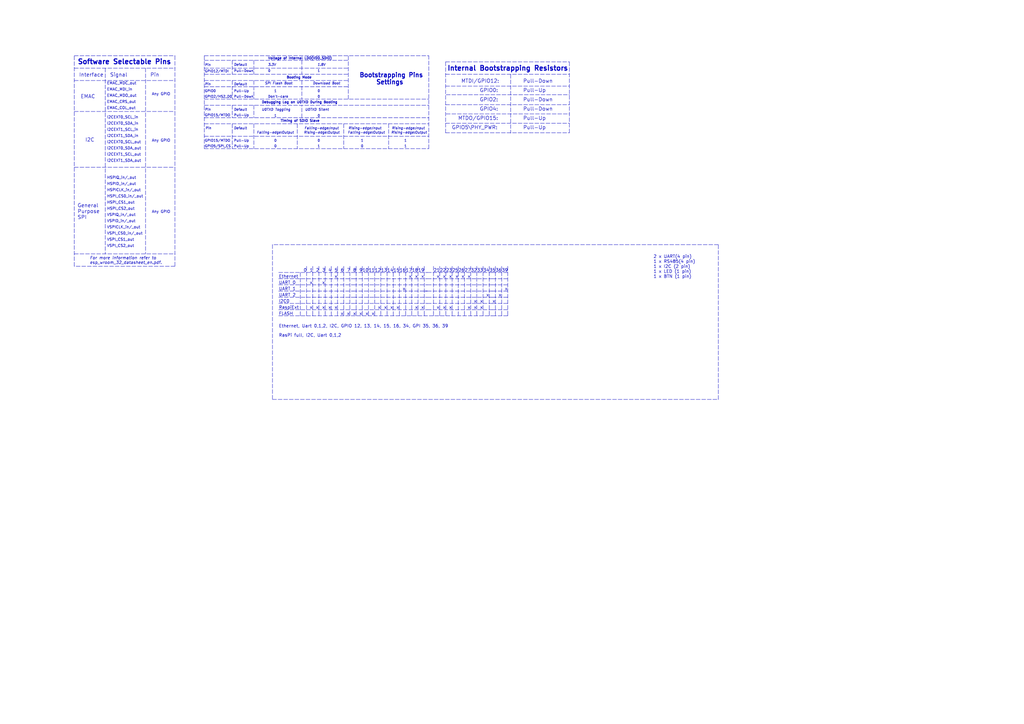
<source format=kicad_sch>
(kicad_sch (version 20220126) (generator eeschema)
  (paper "A3")
  (title_block (title "ESP32 uniBoard docu") (date "2021-08-16") (rev "A") (company "Scaladis"))
  (lib_symbols)
  (polyline (pts (xy 161.29 128.27) (xy 161.29 129.54)) (stroke (width 0) (type dash)))
  (polyline (pts (xy 30.48 33.02) (xy 71.755 33.02)) (stroke (width 0) (type dash)))
  (polyline (pts (xy 158.75 128.27) (xy 158.75 129.54)) (stroke (width 0) (type dash)))
  (polyline (pts (xy 123.825 24.765) (xy 123.825 30.48)) (stroke (width 0) (type dash)))
  (polyline (pts (xy 166.37 109.22) (xy 166.37 128.27)) (stroke (width 0) (type dash)))
  (polyline (pts (xy 158.75 109.22) (xy 158.75 128.27)) (stroke (width 0) (type dash)))
  (polyline (pts (xy 168.91 109.22) (xy 168.91 128.27)) (stroke (width 0) (type dash)))
  (polyline (pts (xy 123.825 48.26) (xy 123.825 43.18)) (stroke (width 0) (type dash)))
  (polyline (pts (xy 201.93 111.76) (xy 208.28 111.76)) (stroke (width 0) (type dash)))
  (polyline (pts (xy 153.67 109.22) (xy 153.67 128.27)) (stroke (width 0) (type dash)))
  (polyline (pts (xy 193.04 128.27) (xy 193.04 129.54)) (stroke (width 0) (type dash)))
  (polyline (pts (xy 187.96 128.27) (xy 187.96 129.54)) (stroke (width 0) (type dash)))
  (polyline (pts (xy 30.48 27.94) (xy 71.755 27.94)) (stroke (width 0) (type dash)))
  (polyline (pts (xy 175.26 114.3) (xy 201.93 114.3)) (stroke (width 0) (type dash)))
  (polyline (pts (xy 95.25 50.8) (xy 95.25 60.96)) (stroke (width 0) (type dash)))
  (polyline (pts (xy 182.753 50.546) (xy 233.553 50.546)) (stroke (width 0) (type dash)))
  (polyline (pts (xy 123.19 111.76) (xy 123.19 128.27)) (stroke (width 0) (type dash)))
  (polyline (pts (xy 180.34 128.27) (xy 180.34 129.54)) (stroke (width 0) (type dash)))
  (polyline (pts (xy 125.73 109.22) (xy 125.73 128.27)) (stroke (width 0) (type dash)))
  (polyline (pts (xy 177.8 109.22) (xy 177.8 128.27)) (stroke (width 0) (type dash)))
  (polyline (pts (xy 135.89 109.22) (xy 135.89 111.76)) (stroke (width 0) (type dash)))
  (polyline (pts (xy 195.58 109.22) (xy 195.58 128.27)) (stroke (width 0) (type dash)))
  (polyline (pts (xy 128.27 109.22) (xy 128.27 128.27)) (stroke (width 0) (type dash)))
  (polyline (pts (xy 175.26 124.46) (xy 201.93 124.46)) (stroke (width 0) (type dash)))
  (polyline (pts (xy 171.45 128.27) (xy 171.45 129.54)) (stroke (width 0) (type dash)))
  (polyline (pts (xy 104.14 43.18) (xy 104.14 48.26)) (stroke (width 0) (type dash)))
  (polyline (pts (xy 128.27 128.27) (xy 128.27 129.54)) (stroke (width 0) (type dash)))
  (polyline (pts (xy 83.82 48.26) (xy 175.895 48.26)) (stroke (width 0) (type dash)))
  (polyline (pts (xy 201.93 127) (xy 208.28 127)) (stroke (width 0) (type dash)))
  (polyline (pts (xy 294.64 100.33) (xy 111.76 100.33)) (stroke (width 0) (type dash)))
  (polyline (pts (xy 135.89 111.76) (xy 135.89 128.27)) (stroke (width 0) (type dash)))
  (polyline (pts (xy 83.82 50.8) (xy 175.895 50.8)) (stroke (width 0) (type dash)))
  (polyline (pts (xy 123.825 33.02) (xy 123.825 40.64)) (stroke (width 0) (type dash)))
  (polyline (pts (xy 201.93 124.46) (xy 208.28 124.46)) (stroke (width 0) (type dash)))
  (polyline (pts (xy 151.13 109.22) (xy 151.13 128.27)) (stroke (width 0) (type dash)))
  (polyline (pts (xy 83.82 35.56) (xy 142.875 35.56)) (stroke (width 0) (type dash)))
  (polyline (pts (xy 190.5 109.22) (xy 190.5 128.27)) (stroke (width 0) (type dash)))
  (polyline (pts (xy 83.82 22.86) (xy 175.895 22.86)) (stroke (width 0) (type dash)))
  (polyline (pts (xy 30.48 68.58) (xy 71.755 68.58)) (stroke (width 0) (type dash)))
  (polyline (pts (xy 151.13 128.27) (xy 151.13 129.54)) (stroke (width 0) (type dash)))
  (polyline (pts (xy 148.59 109.22) (xy 148.59 128.27)) (stroke (width 0) (type dash)))
  (polyline (pts (xy 104.14 24.765) (xy 104.14 30.48)) (stroke (width 0) (type dash)))
  (polyline (pts (xy 185.42 128.27) (xy 185.42 129.54)) (stroke (width 0) (type dash)))
  (polyline (pts (xy 175.26 119.38) (xy 201.93 119.38)) (stroke (width 0) (type dash)))
  (polyline (pts (xy 201.93 121.92) (xy 208.28 121.92)) (stroke (width 0) (type dash)))
  (polyline (pts (xy 83.82 33.02) (xy 142.875 33.02)) (stroke (width 0) (type dash)))
  (polyline (pts (xy 190.5 128.27) (xy 190.5 129.54)) (stroke (width 0) (type dash)))
  (polyline (pts (xy 161.29 111.76) (xy 161.29 128.27)) (stroke (width 0) (type dash)))
  (polyline (pts (xy 95.25 24.765) (xy 95.25 30.48)) (stroke (width 0) (type dash)))
  (polyline (pts (xy 114.3 127) (xy 144.78 127)) (stroke (width 0) (type dash)))
  (polyline (pts (xy 71.755 109.22) (xy 30.48 109.22)) (stroke (width 0) (type dash)))
  (polyline (pts (xy 83.82 43.18) (xy 175.895 43.18)) (stroke (width 0) (type dash)))
  (polyline (pts (xy 233.553 25.4) (xy 233.553 54.61)) (stroke (width 0) (type dash)))
  (polyline (pts (xy 114.3 124.46) (xy 144.78 124.46)) (stroke (width 0) (type dash)))
  (polyline (pts (xy 114.3 111.76) (xy 144.78 111.76)) (stroke (width 0) (type dash)))
  (polyline (pts (xy 142.875 40.64) (xy 142.875 22.86)) (stroke (width 0) (type dash)))
  (polyline (pts (xy 177.8 128.27) (xy 177.8 129.54)) (stroke (width 0) (type dash)))
  (polyline (pts (xy 148.59 128.27) (xy 148.59 129.54)) (stroke (width 0) (type dash)))
  (polyline (pts (xy 104.14 33.02) (xy 104.14 40.64)) (stroke (width 0) (type dash)))
  (polyline (pts (xy 182.753 54.483) (xy 233.553 54.483)) (stroke (width 0) (type dash)))
  (polyline (pts (xy 146.05 128.27) (xy 146.05 129.54)) (stroke (width 0) (type dash)))
  (polyline (pts (xy 30.48 104.14) (xy 71.755 104.14)) (stroke (width 0) (type dash)))
  (polyline (pts (xy 114.3 116.84) (xy 144.78 116.84)) (stroke (width 0) (type dash)))
  (polyline (pts (xy 205.74 128.27) (xy 205.74 129.54)) (stroke (width 0) (type dash)))
  (polyline (pts (xy 156.21 128.27) (xy 156.21 129.54)) (stroke (width 0) (type dash)))
  (polyline (pts (xy 130.81 109.22) (xy 130.81 128.27)) (stroke (width 0) (type dash)))
  (polyline (pts (xy 114.3 119.38) (xy 144.78 119.38)) (stroke (width 0) (type dash)))
  (polyline (pts (xy 159.385 50.8) (xy 159.385 60.96)) (stroke (width 0) (type dash)))
  (polyline (pts (xy 123.19 128.27) (xy 123.19 129.54)) (stroke (width 0) (type dash)))
  (polyline (pts (xy 114.3 114.3) (xy 144.78 114.3)) (stroke (width 0) (type dash)))
  (polyline (pts (xy 203.2 109.22) (xy 203.2 128.27)) (stroke (width 0) (type dash)))
  (polyline (pts (xy 182.88 109.22) (xy 182.88 128.27)) (stroke (width 0) (type dash)))
  (polyline (pts (xy 30.48 45.72) (xy 71.755 45.72)) (stroke (width 0) (type dash)))
  (polyline (pts (xy 146.05 109.22) (xy 146.05 128.27)) (stroke (width 0) (type dash)))
  (polyline (pts (xy 185.42 109.22) (xy 185.42 128.27)) (stroke (width 0) (type dash)))
  (polyline (pts (xy 144.78 119.38) (xy 175.26 119.38)) (stroke (width 0) (type dash)))
  (polyline (pts (xy 140.97 50.8) (xy 140.97 60.96)) (stroke (width 0) (type dash)))
  (polyline (pts (xy 83.82 60.96) (xy 175.895 60.96)) (stroke (width 0) (type dash)))
  (polyline (pts (xy 83.82 40.64) (xy 175.895 40.64)) (stroke (width 0) (type dash)))
  (polyline (pts (xy 193.04 109.22) (xy 193.04 128.27)) (stroke (width 0) (type dash)))
  (polyline (pts (xy 125.73 128.27) (xy 125.73 129.54)) (stroke (width 0) (type dash)))
  (polyline (pts (xy 138.43 109.22) (xy 138.43 128.27)) (stroke (width 0) (type dash)))
  (polyline (pts (xy 173.99 128.27) (xy 173.99 129.54)) (stroke (width 0) (type dash)))
  (polyline (pts (xy 198.12 128.27) (xy 198.12 129.54)) (stroke (width 0) (type dash)))
  (polyline (pts (xy 182.753 42.926) (xy 233.553 42.926)) (stroke (width 0) (type dash)))
  (polyline (pts (xy 144.78 114.3) (xy 175.26 114.3)) (stroke (width 0) (type dash)))
  (polyline (pts (xy 140.97 128.27) (xy 140.97 129.54)) (stroke (width 0) (type dash)))
  (polyline (pts (xy 144.78 121.92) (xy 175.26 121.92)) (stroke (width 0) (type dash)))
  (polyline (pts (xy 205.74 109.22) (xy 205.74 128.27)) (stroke (width 0) (type dash)))
  (polyline (pts (xy 175.26 111.76) (xy 201.93 111.76)) (stroke (width 0) (type dash)))
  (polyline (pts (xy 143.51 109.22) (xy 143.51 128.27)) (stroke (width 0) (type dash)))
  (polyline (pts (xy 166.37 128.27) (xy 166.37 129.54)) (stroke (width 0) (type dash)))
  (polyline (pts (xy 183.007 38.862) (xy 233.553 38.862)) (stroke (width 0) (type dash)))
  (polyline (pts (xy 83.82 22.86) (xy 83.82 60.96)) (stroke (width 0) (type dash)))
  (polyline (pts (xy 140.97 109.22) (xy 140.97 128.27)) (stroke (width 0) (type dash)))
  (polyline (pts (xy 182.88 128.27) (xy 182.88 129.54)) (stroke (width 0) (type dash)))
  (polyline (pts (xy 182.753 25.4) (xy 182.753 54.61)) (stroke (width 0) (type dash)))
  (polyline (pts (xy 135.89 128.27) (xy 135.89 129.54)) (stroke (width 0) (type dash)))
  (polyline (pts (xy 30.48 22.86) (xy 71.755 22.86)) (stroke (width 0) (type dash)))
  (polyline (pts (xy 168.91 128.27) (xy 168.91 129.54)) (stroke (width 0) (type dash)))
  (polyline (pts (xy 201.93 114.3) (xy 208.28 114.3)) (stroke (width 0) (type dash)))
  (polyline (pts (xy 133.35 128.27) (xy 133.35 129.54)) (stroke (width 0) (type dash)))
  (polyline (pts (xy 171.45 109.22) (xy 171.45 128.27)) (stroke (width 0) (type dash)))
  (polyline (pts (xy 187.96 109.22) (xy 187.96 111.76)) (stroke (width 0) (type dash)))
  (polyline (pts (xy 200.66 128.27) (xy 200.66 129.54)) (stroke (width 0) (type dash)))
  (polyline (pts (xy 71.755 22.86) (xy 71.755 109.22)) (stroke (width 0) (type dash)))
  (polyline (pts (xy 144.78 124.46) (xy 175.26 124.46)) (stroke (width 0) (type dash)))
  (polyline (pts (xy 104.14 50.8) (xy 104.14 60.96)) (stroke (width 0) (type dash)))
  (polyline (pts (xy 114.3 121.92) (xy 144.78 121.92)) (stroke (width 0) (type dash)))
  (polyline (pts (xy 201.93 119.38) (xy 208.28 119.38)) (stroke (width 0) (type dash)))
  (polyline (pts (xy 175.895 60.96) (xy 175.895 22.86)) (stroke (width 0) (type dash)))
  (polyline (pts (xy 130.81 128.27) (xy 130.81 129.54)) (stroke (width 0) (type dash)))
  (polyline (pts (xy 163.83 109.22) (xy 163.83 128.27)) (stroke (width 0) (type dash)))
  (polyline (pts (xy 43.18 27.94) (xy 43.18 104.14)) (stroke (width 0) (type dash)))
  (polyline (pts (xy 95.25 43.18) (xy 95.25 48.26)) (stroke (width 0) (type dash)))
  (polyline (pts (xy 175.26 127) (xy 201.93 127)) (stroke (width 0) (type dash)))
  (polyline (pts (xy 121.92 50.8) (xy 121.92 60.96)) (stroke (width 0) (type dash)))
  (polyline (pts (xy 111.76 100.33) (xy 111.76 163.83)) (stroke (width 0) (type dash)))
  (polyline (pts (xy 180.34 109.22) (xy 180.34 128.27)) (stroke (width 0) (type dash)))
  (polyline (pts (xy 83.82 27.94) (xy 142.875 27.94)) (stroke (width 0) (type dash)))
  (polyline (pts (xy 195.58 128.27) (xy 195.58 129.54)) (stroke (width 0) (type dash)))
  (polyline (pts (xy 208.28 129.54) (xy 208.28 128.27)) (stroke (width 0) (type dash)))
  (polyline (pts (xy 163.83 128.27) (xy 163.83 129.54)) (stroke (width 0) (type dash)))
  (polyline (pts (xy 182.753 30.48) (xy 233.553 30.48)) (stroke (width 0) (type dash)))
  (polyline (pts (xy 83.82 55.88) (xy 175.895 55.88)) (stroke (width 0) (type dash)))
  (polyline (pts (xy 83.82 30.48) (xy 142.875 30.48)) (stroke (width 0) (type dash)))
  (polyline (pts (xy 153.67 128.27) (xy 153.67 129.54)) (stroke (width 0) (type dash)))
  (polyline (pts (xy 200.66 109.22) (xy 200.66 128.27)) (stroke (width 0) (type dash)))
  (polyline (pts (xy 161.29 109.22) (xy 161.29 111.76)) (stroke (width 0) (type dash)))
  (polyline (pts (xy 133.35 109.22) (xy 133.35 128.27)) (stroke (width 0) (type dash)))
  (polyline (pts (xy 30.48 109.22) (xy 30.48 22.86)) (stroke (width 0) (type dash)))
  (polyline (pts (xy 144.78 116.84) (xy 175.26 116.84)) (stroke (width 0) (type dash)))
  (polyline (pts (xy 294.64 163.83) (xy 294.64 100.33)) (stroke (width 0) (type dash)))
  (polyline (pts (xy 173.99 109.22) (xy 173.99 128.27)) (stroke (width 0) (type dash)))
  (polyline (pts (xy 201.93 129.54) (xy 208.28 129.54)) (stroke (width 0) (type dash)))
  (polyline (pts (xy 175.26 116.84) (xy 201.93 116.84)) (stroke (width 0) (type dash)))
  (polyline (pts (xy 138.43 128.27) (xy 138.43 129.54)) (stroke (width 0) (type dash)))
  (polyline (pts (xy 83.82 24.765) (xy 142.875 24.765)) (stroke (width 0) (type dash)))
  (polyline (pts (xy 59.69 27.94) (xy 59.69 104.14)) (stroke (width 0) (type dash)))
  (polyline (pts (xy 156.21 109.22) (xy 156.21 128.27)) (stroke (width 0) (type dash)))
  (polyline (pts (xy 95.25 33.02) (xy 95.25 40.64)) (stroke (width 0) (type dash)))
  (polyline (pts (xy 175.26 121.92) (xy 201.93 121.92)) (stroke (width 0) (type dash)))
  (polyline (pts (xy 187.96 111.76) (xy 187.96 128.27)) (stroke (width 0) (type dash)))
  (polyline (pts (xy 201.93 116.84) (xy 208.28 116.84)) (stroke (width 0) (type dash)))
  (polyline (pts (xy 144.78 111.76) (xy 175.26 111.76)) (stroke (width 0) (type dash)))
  (polyline (pts (xy 182.753 35.306) (xy 233.553 35.306)) (stroke (width 0) (type dash)))
  (polyline (pts (xy 183.007 46.736) (xy 233.553 46.736)) (stroke (width 0) (type dash)))
  (polyline (pts (xy 203.2 128.27) (xy 203.2 129.54)) (stroke (width 0) (type dash)))
  (polyline (pts (xy 144.78 127) (xy 175.26 127)) (stroke (width 0) (type dash)))
  (polyline (pts (xy 111.76 163.83) (xy 294.64 163.83)) (stroke (width 0) (type dash)))
  (polyline (pts (xy 173.99 119.38) (xy 175.26 119.38)) (stroke (width 0) (type dash)))
  (polyline (pts (xy 114.3 129.54) (xy 201.93 129.54)) (stroke (width 0) (type dash)))
  (polyline (pts (xy 209.423 30.48) (xy 209.423 54.61)) (stroke (width 0) (type dash)))
  (polyline (pts (xy 143.51 128.27) (xy 143.51 129.54)) (stroke (width 0) (type dash)))
  (polyline (pts (xy 198.12 109.22) (xy 198.12 128.27)) (stroke (width 0) (type dash)))
  (polyline (pts (xy 208.28 109.22) (xy 208.28 128.27)) (stroke (width 0) (type dash)))
  (polyline (pts (xy 182.753 25.4) (xy 233.553 25.4)) (stroke (width 0) (type dash)))
  (text "GPIO15/MTDO" (at 83.947 58.42 0) (effects (font (size 0.9906 0.9906)) (justify left bottom)))
  (text "0" (at 130.175 48.26 0) (effects (font (size 0.9906 0.9906)) (justify left bottom)))
  (text "x" (at 152.4 129.54 0) (effects (font (size 1.27 1.27)) (justify left bottom)))
  (text "HSPID_in/_out" (at 43.815 76.2 0) (effects (font (size 1.0922 1.0922)) (justify left bottom)))
  (text "0" (at 112.395 60.706 0) (effects (font (size 0.9906 0.9906)) (justify left bottom)))
  (text "1" (at 130.175 29.845 0) (effects (font (size 0.9906 0.9906)) (justify left bottom)))
  (text "I2C0" (at 114.3 124.46 0) (effects (font (size 1.27 1.27)) (justify left bottom)))
  (text "Ethernet, Uart 0,1,2, I2C, GPIO 12, 13, 14, 15, 16, 34, GPI 35, 36, 39" (at 114.3 134.62 0) (effects (font (size 1.27 1.27)) (justify left bottom)))
  (text "EMAC_MDC_out" (at 43.815 34.925 0) (effects (font (size 1.0922 1.0922)) (justify left bottom)))
  (text "39" (at 205.74 111.76 0) (effects (font (size 1.27 1.27)) (justify left bottom)))
  (text "GPIO2:" (at 196.723 41.91 0) (effects (font (size 1.4986 1.4986)) (justify left bottom)))
  (text "GPIO0:" (at 196.723 38.1 0) (effects (font (size 1.4986 1.4986)) (justify left bottom)))
  (text "x" (at 170.18 114.3 0) (effects (font (size 1.27 1.27)) (justify left bottom)))
  (text "I2CEXT1_SCL_in" (at 43.815 53.975 0) (effects (font (size 1.0922 1.0922)) (justify left bottom)))
  (text "9" (at 147.32 111.76 0) (effects (font (size 1.27 1.27)) (justify left bottom)))
  (text "I2CEXT1_SDA_out" (at 43.815 66.675 0) (effects (font (size 1.0922 1.0922)) (justify left bottom)))
  (text "x" (at 172.72 127 0) (effects (font (size 1.27 1.27)) (justify left bottom)))
  (text "34" (at 198.12 111.76 0) (effects (font (size 1.27 1.27)) (justify left bottom)))
  (text "x" (at 172.72 114.3 0) (effects (font (size 1.27 1.27)) (justify left bottom)))
  (text "Any GPIO" (at 62.23 39.37 0) (effects (font (size 1.0922 1.0922)) (justify left bottom)))
  (text "I2CEXT0_SCL_out" (at 43.815 59.055 0) (effects (font (size 1.0922 1.0922)) (justify left bottom)))
  (text "Pull-Up" (at 214.503 53.34 0) (effects (font (size 1.4986 1.4986)) (justify left bottom)))
  (text "0" (at 147.955 60.706 0) (effects (font (size 0.9906 0.9906)) (justify left bottom)))
  (text "x" (at 127 127 0) (effects (font (size 1.27 1.27)) (justify left bottom)))
  (text "x" (at 154.94 127 0) (effects (font (size 1.27 1.27)) (justify left bottom)))
  (text "1" (at 112.395 48.26 0) (effects (font (size 0.9906 0.9906)) (justify left bottom)))
  (text "Pin" (at 83.947 27.432 0) (effects (font (size 0.9906 0.9906) italic) (justify left bottom)))
  (text "23" (at 182.88 111.76 0) (effects (font (size 1.27 1.27)) (justify left bottom)))
  (text "GPIO5/SPI_CS" (at 83.947 60.706 0) (effects (font (size 0.9906 0.9906)) (justify left bottom)))
  (text "8" (at 144.78 111.76 0) (effects (font (size 1.27 1.27)) (justify left bottom)))
  (text "0" (at 130.175 58.42 0) (effects (font (size 0.9906 0.9906)) (justify left bottom)))
  (text "GPIO0" (at 83.947 38.1 0) (effects (font (size 0.9906 0.9906)) (justify left bottom)))
  (text "Voltage of Internal LDO(VDD_SDIO)" (at 109.855 24.638 0) (effects (font (size 0.9906 0.9906) (thickness 0.1981) bold) (justify left bottom)))
  (text "VSPID_in/_out" (at 43.815 91.44 0) (effects (font (size 1.0922 1.0922)) (justify left bottom)))
  (text "VSPI_CS0_in/_out" (at 43.815 96.52 0) (effects (font (size 1.0922 1.0922)) (justify left bottom)))
  (text "Falling-edge:Input" (at 124.841 53.34 0) (effects (font (size 0.9906 0.9906) italic) (justify left bottom)))
  (text "I2CEXT0_SCL_in" (at 43.815 48.895 0) (effects (font (size 1.0922 1.0922)) (justify left bottom)))
  (text "0" (at 109.855 29.845 0) (effects (font (size 0.9906 0.9906)) (justify left bottom)))
  (text "10" (at 148.59 111.76 0) (effects (font (size 1.27 1.27)) (justify left bottom)))
  (text "UART 0" (at 114.3 116.84 0) (effects (font (size 1.27 1.27)) (justify left bottom)))
  (text "HSPI_CS0_in/_out" (at 43.815 81.28 0) (effects (font (size 1.0922 1.0922)) (justify left bottom)))
  (text "x" (at 181.61 127 0) (effects (font (size 1.27 1.27)) (justify left bottom)))
  (text "Interface" (at 32.385 31.75 0) (effects (font (size 1.4986 1.4986)) (justify left bottom)))
  (text "I2CEXT1_SCL_out" (at 43.815 64.135 0) (effects (font (size 1.0922 1.0922)) (justify left bottom)))
  (text "x" (at 167.64 114.3 0) (effects (font (size 1.27 1.27)) (justify left bottom)))
  (text "I2CEXT0_SDA_in" (at 43.815 51.435 0) (effects (font (size 1.0922 1.0922)) (justify left bottom)))
  (text "12" (at 153.67 111.76 0) (effects (font (size 1.27 1.27)) (justify left bottom)))
  (text "x" (at 194.31 127 0) (effects (font (size 1.27 1.27)) (justify left bottom)))
  (text "36" (at 203.2 111.76 0) (effects (font (size 1.27 1.27)) (justify left bottom)))
  (text "RasPi full, I2C, Uart 0,1,2" (at 114.3 138.43 0) (effects (font (size 1.27 1.27)) (justify left bottom)))
  (text "x" (at 179.07 127 0) (effects (font (size 1.27 1.27)) (justify left bottom)))
  (text "Rising-edge:Input" (at 160.655 53.34 0) (effects (font (size 0.9906 0.9906) italic) (justify left bottom)))
  (text "HSPI_CS1_out" (at 43.815 83.82 0) (effects (font (size 1.0922 1.0922)) (justify left bottom)))
  (text "25" (at 185.42 111.76 0) (effects (font (size 1.27 1.27)) (justify left bottom)))
  (text "Pull-Up" (at 214.503 38.1 0) (effects (font (size 1.4986 1.4986)) (justify left bottom)))
  (text "x" (at 144.78 129.54 0) (effects (font (size 1.27 1.27)) (justify left bottom)))
  (text "Default" (at 95.885 27.305 0) (effects (font (size 0.9906 0.9906) italic) (justify left bottom)))
  (text "MTDI/GPIO12:" (at 189.103 34.29 0) (effects (font (size 1.4986 1.4986)) (justify left bottom)))
  (text "1" (at 112.395 38.1 0) (effects (font (size 0.9906 0.9906)) (justify left bottom)))
  (text "Pull-Up" (at 95.885 38.1 0) (effects (font (size 0.9906 0.9906)) (justify left bottom)))
  (text "Pull-Down" (at 95.885 29.845 0) (effects (font (size 0.9906 0.9906)) (justify left bottom)))
  (text "16" (at 163.83 111.76 0) (effects (font (size 1.27 1.27)) (justify left bottom)))
  (text "GPIO15/MTDO" (at 83.947 48.006 0) (effects (font (size 0.9906 0.9906)) (justify left bottom)))
  (text "Falling-edge:Output" (at 105.283 55.118 0) (effects (font (size 0.9906 0.9906) italic) (justify left bottom)))
  (text "VSPI_CS2_out" (at 43.815 101.6 0) (effects (font (size 1.0922 1.0922)) (justify left bottom)))
  (text "Pull-Down" (at 95.885 40.386 0) (effects (font (size 0.9906 0.9906)) (justify left bottom)))
  (text "x" (at 194.31 124.46 0) (effects (font (size 1.27 1.27)) (justify left bottom)))
  (text "19" (at 171.45 111.76 0) (effects (font (size 1.27 1.27)) (justify left bottom)))
  (text "x" (at 157.48 127 0) (effects (font (size 1.27 1.27)) (justify left bottom)))
  (text "x" (at 137.16 114.3 0) (effects (font (size 1.27 1.27)) (justify left bottom)))
  (text "MTDO/GPIO15:" (at 187.833 49.53 0) (effects (font (size 1.4986 1.4986)) (justify left bottom)))
  (text "7" (at 142.24 111.76 0) (effects (font (size 1.27 1.27)) (justify left bottom)))
  (text "x" (at 170.18 127 0) (effects (font (size 1.27 1.27)) (justify left bottom)))
  (text "18" (at 168.91 111.76 0) (effects (font (size 1.27 1.27)) (justify left bottom)))
  (text "Pull-Up" (at 95.885 48.006 0) (effects (font (size 0.9906 0.9906)) (justify left bottom)))
  (text "Pin" (at 61.595 31.75 0) (effects (font (size 1.4986 1.4986)) (justify left bottom)))
  (text "Rising-edge:Input" (at 142.875 53.34 0) (effects (font (size 0.9906 0.9906) italic) (justify left bottom)))
  (text "EMAC_MDI_in" (at 43.815 37.465 0) (effects (font (size 1.0922 1.0922)) (justify left bottom)))
  (text "Pull-Down" (at 214.503 45.72 0) (effects (font (size 1.4986 1.4986)) (justify left bottom)))
  (text "U0TXD Silent" (at 125.095 45.72 0) (effects (font (size 0.9906 0.9906) italic) (justify left bottom)))
  (text "EMAC_MDO_out" (at 43.815 40.005 0) (effects (font (size 1.0922 1.0922)) (justify left bottom)))
  (text "x" (at 191.77 127 0) (effects (font (size 1.27 1.27)) (justify left bottom)))
  (text "x" (at 181.61 114.3 0) (effects (font (size 1.27 1.27)) (justify left bottom)))
  (text "x" (at 201.93 124.46 0) (effects (font (size 1.27 1.27)) (justify left bottom)))
  (text "HSPICLK_in/_out" (at 43.815 78.74 0) (effects (font (size 1.0922 1.0922)) (justify left bottom)))
  (text "x" (at 132.08 116.84 0) (effects (font (size 1.27 1.27)) (justify left bottom)))
  (text "Pull-Down" (at 214.503 34.29 0) (effects (font (size 1.4986 1.4986)) (justify left bottom)))
  (text "1" (at 147.955 58.42 0) (effects (font (size 0.9906 0.9906)) (justify left bottom)))
  (text "35" (at 200.66 111.76 0) (effects (font (size 1.27 1.27)) (justify left bottom)))
  (text "x" (at 142.24 129.54 0) (effects (font (size 1.27 1.27)) (justify left bottom)))
  (text "Internal Bootstrapping Resistors" (at 183.388 29.337 0) (effects (font (size 2.0066 2.0066) (thickness 0.4013) bold) (justify left bottom)))
  (text "1" (at 165.735 60.706 0) (effects (font (size 0.9906 0.9906)) (justify left bottom)))
  (text "Booting Mode" (at 117.475 32.512 0) (effects (font (size 0.9906 0.9906) (thickness 0.1981) bold) (justify left bottom)))
  (text "GPIO4:" (at 196.723 45.72 0) (effects (font (size 1.4986 1.4986)) (justify left bottom)))
  (text "Don't-care" (at 109.855 40.386 0) (effects (font (size 0.9906 0.9906)) (justify left bottom)))
  (text "0" (at 112.395 58.42 0) (effects (font (size 0.9906 0.9906)) (justify left bottom)))
  (text "2 x UART(4 pin)\n1 x RS485(4 pin)\n1 x I2C (2 pin)\n1 x LED (1 pin) \n1 x BTN (1 pin)" (at 267.97 114.3 0) (effects (font (size 1.27 1.27)) (justify left bottom)))
  (text "Pull-Up" (at 95.885 60.706 0) (effects (font (size 0.9906 0.9906)) (justify left bottom)))
  (text "VSPIQ_in/_out" (at 43.815 88.9 0) (effects (font (size 1.0922 1.0922)) (justify left bottom)))
  (text "x" (at 196.85 127 0) (effects (font (size 1.27 1.27)) (justify left bottom)))
  (text "Pin" (at 84.201 53.34 0) (effects (font (size 0.9906 0.9906) italic) (justify left bottom)))
  (text "x" (at 189.23 114.3 0) (effects (font (size 1.27 1.27)) (justify left bottom)))
  (text "General\nPurpose\nSPI" (at 31.75 90.17 0) (effects (font (size 1.4986 1.4986)) (justify left bottom)))
  (text "x" (at 127 116.84 0) (effects (font (size 1.27 1.27)) (justify left bottom)))
  (text "4" (at 134.62 111.76 0) (effects (font (size 1.27 1.27)) (justify left bottom)))
  (text "I2CEXT1_SDA_in" (at 43.815 56.515 0) (effects (font (size 1.0922 1.0922)) (justify left bottom)))
  (text "Download Boot" (at 128.27 34.925 0) (effects (font (size 0.9906 0.9906) italic) (justify left bottom)))
  (text "x" (at 137.16 127 0) (effects (font (size 1.27 1.27)) (justify left bottom)))
  (text "Pull-Down" (at 214.503 41.91 0) (effects (font (size 1.4986 1.4986)) (justify left bottom)))
  (text "1.8V" (at 130.175 27.305 0) (effects (font (size 0.9906 0.9906) italic) (justify left bottom)))
  (text "11" (at 151.13 111.76 0) (effects (font (size 1.27 1.27)) (justify left bottom)))
  (text "RaspiExt" (at 114.3 127 0) (effects (font (size 1.27 1.27)) (justify left bottom)))
  (text "Bootstrapping Pins \n     Settings" (at 147.32 34.925 0) (effects (font (size 1.8034 1.8034) (thickness 0.3607) bold) (justify left bottom)))
  (text "x" (at 147.32 129.54 0) (effects (font (size 1.27 1.27)) (justify left bottom)))
  (text "x" (at 191.77 114.3 0) (effects (font (size 1.27 1.27)) (justify left bottom)))
  (text "x" (at 184.15 127 0) (effects (font (size 1.27 1.27)) (justify left bottom)))
  (text "I2CEXT0_SDA_out" (at 43.815 61.595 0) (effects (font (size 1.0922 1.0922)) (justify left bottom)))
  (text "Rising-edge:Output" (at 160.401 55.118 0) (effects (font (size 0.9906 0.9906) italic) (justify left bottom)))
  (text "17" (at 166.37 111.76 0) (effects (font (size 1.27 1.27)) (justify left bottom)))
  (text "x" (at 196.85 124.46 0) (effects (font (size 1.27 1.27)) (justify left bottom)))
  (text "x" (at 132.08 127 0) (effects (font (size 1.27 1.27)) (justify left bottom)))
  (text "UART 1" (at 114.3 119.38 0) (effects (font (size 1.27 1.27)) (justify left bottom)))
  (text "Signal" (at 45.085 31.75 0) (effects (font (size 1.4986 1.4986)) (justify left bottom)))
  (text "Rising-edge:Output" (at 124.587 55.118 0) (effects (font (size 0.9906 0.9906) italic) (justify left bottom)))
  (text "33" (at 195.58 111.76 0) (effects (font (size 1.27 1.27)) (justify left bottom)))
  (text "Ethernet" (at 114.3 114.3 0) (effects (font (size 1.27 1.27)) (justify left bottom)))
  (text "Pull-Up" (at 214.503 49.53 0) (effects (font (size 1.4986 1.4986)) (justify left bottom)))
  (text "EMAC" (at 33.02 40.64 0) (effects (font (size 1.4986 1.4986)) (justify left bottom)))
  (text "32" (at 193.04 111.76 0) (effects (font (size 1.27 1.27)) (justify left bottom)))
  (text "x" (at 186.784 114.3 0) (effects (font (size 1.27 1.27)) (justify left bottom)))
  (text "21" (at 177.8 111.76 0) (effects (font (size 1.27 1.27)) (justify left bottom)))
  (text "0" (at 124.46 111.76 0) (effects (font (size 1.27 1.27)) (justify left bottom)))
  (text "GPIO5\\PHY_PWR:" (at 185.293 53.34 0) (effects (font (size 1.4986 1.4986)) (justify left bottom)))
  (text "UART 2" (at 114.3 121.92 0) (effects (font (size 1.27 1.27)) (justify left bottom)))
  (text "x" (at 149.86 129.54 0) (effects (font (size 1.27 1.27)) (justify left bottom)))
  (text "x" (at 129.54 127 0) (effects (font (size 1.27 1.27)) (justify left bottom)))
  (text "Software Selectable Pins" (at 31.75 26.67 0) (effects (font (size 2.0066 2.0066) (thickness 0.4013) bold) (justify left bottom)))
  (text "Default" (at 95.885 35.306 0) (effects (font (size 0.9906 0.9906) italic) (justify left bottom)))
  (text "1" (at 127 111.76 0) (effects (font (size 1.27 1.27)) (justify left bottom)))
  (text "SPI Flash Boot" (at 108.585 34.925 0) (effects (font (size 0.9906 0.9906) italic) (justify left bottom)))
  (text "0" (at 130.175 38.1 0) (effects (font (size 0.9906 0.9906)) (justify left bottom)))
  (text "Default" (at 95.885 53.34 0) (effects (font (size 0.9906 0.9906) italic) (justify left bottom)))
  (text "15" (at 161.29 111.76 0) (effects (font (size 1.27 1.27)) (justify left bottom)))
  (text "FLASH" (at 114.3 129.54 0) (effects (font (size 1.27 1.27)) (justify left bottom)))
  (text "0" (at 130.175 40.386 0) (effects (font (size 0.9906 0.9906)) (justify left bottom)))
  (text "x" (at 139.7 129.54 0) (effects (font (size 1.27 1.27)) (justify left bottom)))
  (text "EMAC_COL_out" (at 43.815 45.085 0) (effects (font (size 1.0922 1.0922)) (justify left bottom)))
  (text "27" (at 190.5 111.76 0) (effects (font (size 1.27 1.27)) (justify left bottom)))
  (text "3" (at 132.08 111.76 0) (effects (font (size 1.27 1.27)) (justify left bottom)))
  (text "Pull-Up" (at 95.885 58.42 0) (effects (font (size 0.9906 0.9906)) (justify left bottom)))
  (text "x" (at 134.62 127 0) (effects (font (size 1.27 1.27)) (justify left bottom)))
  (text "x" (at 204.47 121.92 0) (effects (font (size 1.27 1.27)) (justify left bottom)))
  (text "22" (at 180.34 111.76 0) (effects (font (size 1.27 1.27)) (justify left bottom)))
  (text "5" (at 137.16 111.76 0) (effects (font (size 1.27 1.27)) (justify left bottom)))
  (text "EMAC_CRS_out" (at 43.815 42.545 0) (effects (font (size 1.0922 1.0922)) (justify left bottom)))
  (text "U0TXD Toggling" (at 107.315 45.72 0) (effects (font (size 0.9906 0.9906) italic) (justify left bottom)))
  (text "x" (at 207.01 119.38 0) (effects (font (size 1.27 1.27)) (justify left bottom)))
  (text "x" (at 160.02 127 0) (effects (font (size 1.27 1.27)) (justify left bottom)))
  (text "GPIO12/MTDI" (at 83.947 29.972 0) (effects (font (size 0.9906 0.9906)) (justify left bottom)))
  (text "HSPI_CS2_out" (at 43.815 86.36 0) (effects (font (size 1.0922 1.0922)) (justify left bottom)))
  (text "x" (at 199.39 121.92 0) (effects (font (size 1.27 1.27)) (justify left bottom)))
  (text "I2C" (at 34.925 58.42 0) (effects (font (size 1.4986 1.4986)) (justify left bottom)))
  (text "x" (at 184.15 114.3 0) (effects (font (size 1.27 1.27)) (justify left bottom)))
  (text "2" (at 129.54 111.76 0) (effects (font (size 1.27 1.27)) (justify left bottom)))
  (text "26" (at 187.96 111.76 0) (effects (font (size 1.27 1.27)) (justify left bottom)))
  (text "14" (at 158.75 111.76 0) (effects (font (size 1.27 1.27)) (justify left bottom)))
  (text "VSPI_CS1_out" (at 43.815 99.06 0) (effects (font (size 1.0922 1.0922)) (justify left bottom)))
  (text "VSPICLK_in/_out" (at 43.815 93.98 0) (effects (font (size 1.0922 1.0922)) (justify left bottom)))
  (text "HSPIQ_in/_out" (at 43.815 73.66 0) (effects (font (size 1.0922 1.0922)) (justify left bottom)))
  (text "1" (at 165.735 58.42 0) (effects (font (size 0.9906 0.9906)) (justify left bottom)))
  (text "6" (at 139.7 111.76 0) (effects (font (size 1.27 1.27)) (justify left bottom)))
  (text "1" (at 130.175 60.706 0) (effects (font (size 0.9906 0.9906)) (justify left bottom)))
  (text "Debugging Log on U0TXD During Booting" (at 107.315 42.672 0) (effects (font (size 0.9906 0.9906) (thickness 0.1981) bold) (justify left bottom)))
  (text "x" (at 162.56 127 0) (effects (font (size 1.27 1.27)) (justify left bottom)))
  (text "Falling-edge:Output" (at 142.621 55.118 0) (effects (font (size 0.9906 0.9906) italic) (justify left bottom)))
  (text "Pin" (at 83.947 35.306 0) (effects (font (size 0.9906 0.9906) italic) (justify left bottom)))
  (text "x" (at 165.1 119.38 0) (effects (font (size 1.27 1.27)) (justify left bottom)))
  (text "Any GPIO" (at 62.23 87.63 0) (effects (font (size 1.0922 1.0922)) (justify left bottom)))
  (text "Default" (at 95.885 45.72 0) (effects (font (size 0.9906 0.9906) italic) (justify left bottom)))
  (text "For more information refer to \nesp_wroom_32_datasheet_en.pdf." (at 36.83 108.585 0) (effects (font (size 1.1938 1.1938) italic) (justify left bottom)))
  (text "x" (at 179.07 114.3 0) (effects (font (size 1.27 1.27)) (justify left bottom)))
  (text "3.3V" (at 109.855 27.305 0) (effects (font (size 0.9906 0.9906) italic) (justify left bottom)))
  (text "GPIO2/HS2_D0" (at 83.947 40.386 0) (effects (font (size 0.9906 0.9906)) (justify left bottom)))
  (text "Any GPIO" (at 62.23 58.42 0) (effects (font (size 1.0922 1.0922)) (justify left bottom)))
  (text "Pin" (at 83.947 45.72 0) (effects (font (size 0.9906 0.9906) italic) (justify left bottom)))
  (text "13" (at 156.21 111.76 0) (effects (font (size 1.27 1.27)) (justify left bottom)))
  (text "Timing of SDIO Slave" (at 114.935 50.292 0) (effects (font (size 0.9906 0.9906) (thickness 0.1981) bold) (justify left bottom)))
)
</source>
